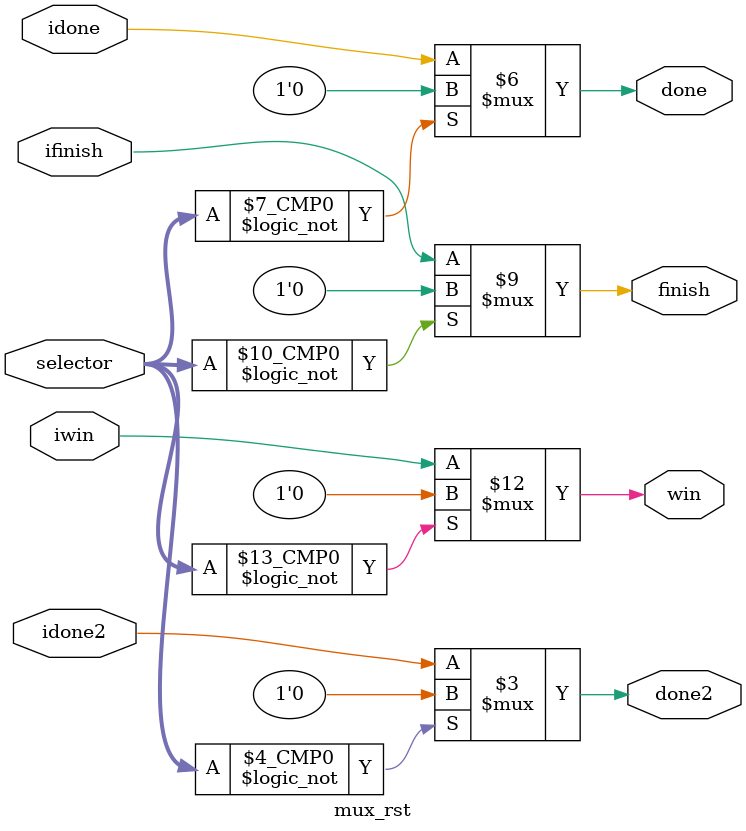
<source format=sv>
module mux_rst  ( 
	 input logic iwin,ifinish,idone,idone2,
	 input [3:0] selector,
	 output  logic win,finish,done,done2
);

always_comb
begin
	case (selector)
		4'b0000: begin
			win<=0;
			finish<=0;
			done<=0;
			done2<=0;
			end
		default:begin
			win<=iwin;
			finish<=ifinish;
			done<=idone;
			done2<=idone2;
			end
		
	endcase

end
endmodule

</source>
